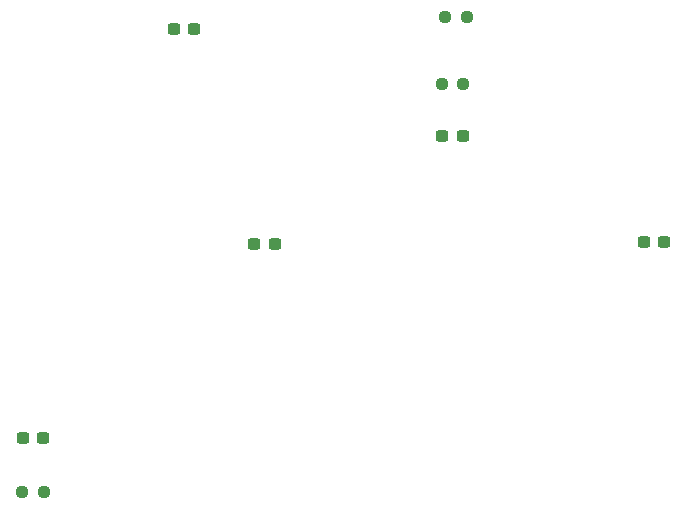
<source format=gtp>
%TF.GenerationSoftware,KiCad,Pcbnew,8.0.5*%
%TF.CreationDate,2024-10-30T03:14:09+09:00*%
%TF.ProjectId,FAN_controler_arduino_nano_2,46414e5f-636f-46e7-9472-6f6c65725f61,2.0*%
%TF.SameCoordinates,Original*%
%TF.FileFunction,Paste,Top*%
%TF.FilePolarity,Positive*%
%FSLAX46Y46*%
G04 Gerber Fmt 4.6, Leading zero omitted, Abs format (unit mm)*
G04 Created by KiCad (PCBNEW 8.0.5) date 2024-10-30 03:14:09*
%MOMM*%
%LPD*%
G01*
G04 APERTURE LIST*
G04 Aperture macros list*
%AMRoundRect*
0 Rectangle with rounded corners*
0 $1 Rounding radius*
0 $2 $3 $4 $5 $6 $7 $8 $9 X,Y pos of 4 corners*
0 Add a 4 corners polygon primitive as box body*
4,1,4,$2,$3,$4,$5,$6,$7,$8,$9,$2,$3,0*
0 Add four circle primitives for the rounded corners*
1,1,$1+$1,$2,$3*
1,1,$1+$1,$4,$5*
1,1,$1+$1,$6,$7*
1,1,$1+$1,$8,$9*
0 Add four rect primitives between the rounded corners*
20,1,$1+$1,$2,$3,$4,$5,0*
20,1,$1+$1,$4,$5,$6,$7,0*
20,1,$1+$1,$6,$7,$8,$9,0*
20,1,$1+$1,$8,$9,$2,$3,0*%
G04 Aperture macros list end*
%ADD10RoundRect,0.237500X-0.300000X-0.237500X0.300000X-0.237500X0.300000X0.237500X-0.300000X0.237500X0*%
%ADD11RoundRect,0.237500X-0.250000X-0.237500X0.250000X-0.237500X0.250000X0.237500X-0.250000X0.237500X0*%
%ADD12RoundRect,0.237500X0.250000X0.237500X-0.250000X0.237500X-0.250000X-0.237500X0.250000X-0.237500X0*%
G04 APERTURE END LIST*
D10*
%TO.C,C_Decoupling2*%
X129137500Y-102200000D03*
X130862500Y-102200000D03*
%TD*%
D11*
%TO.C,R1*%
X145287500Y-83000000D03*
X147112500Y-83000000D03*
%TD*%
D10*
%TO.C,C2*%
X145075000Y-93000000D03*
X146800000Y-93000000D03*
%TD*%
%TO.C,C_Decoupling1*%
X162137500Y-102000000D03*
X163862500Y-102000000D03*
%TD*%
%TO.C,C_Debounce1*%
X109537500Y-118600000D03*
X111262500Y-118600000D03*
%TD*%
D12*
%TO.C,R_pull_up1*%
X146850000Y-88600000D03*
X145025000Y-88600000D03*
%TD*%
D10*
%TO.C,C1*%
X122337500Y-84000000D03*
X124062500Y-84000000D03*
%TD*%
D11*
%TO.C,R_Debounce1*%
X109487500Y-123200000D03*
X111312500Y-123200000D03*
%TD*%
M02*

</source>
